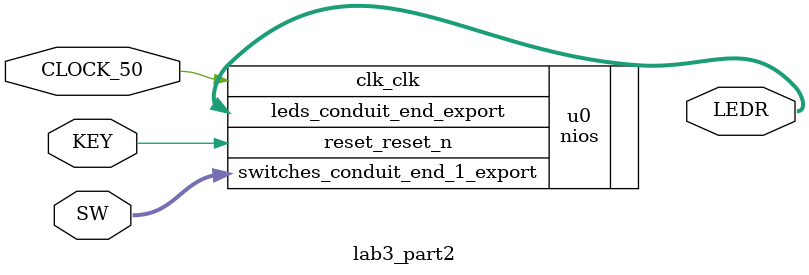
<source format=v>
module lab3_part2 (
    input         CLOCK_50,
    input  [0:0]  KEY,
    input  [15:0] SW,
    output [15:0] LEDR
);

    nios u0 (
        .clk_clk                       (CLOCK_50),                       //                    clk.clk
        .reset_reset_n                 (KEY),                 //                  reset.reset_n
        .switches_conduit_end_1_export (SW), // switches_conduit_end_1.export
        .leds_conduit_end_export       (LEDR)        //       leds_conduit_end.export
    );

endmodule

</source>
